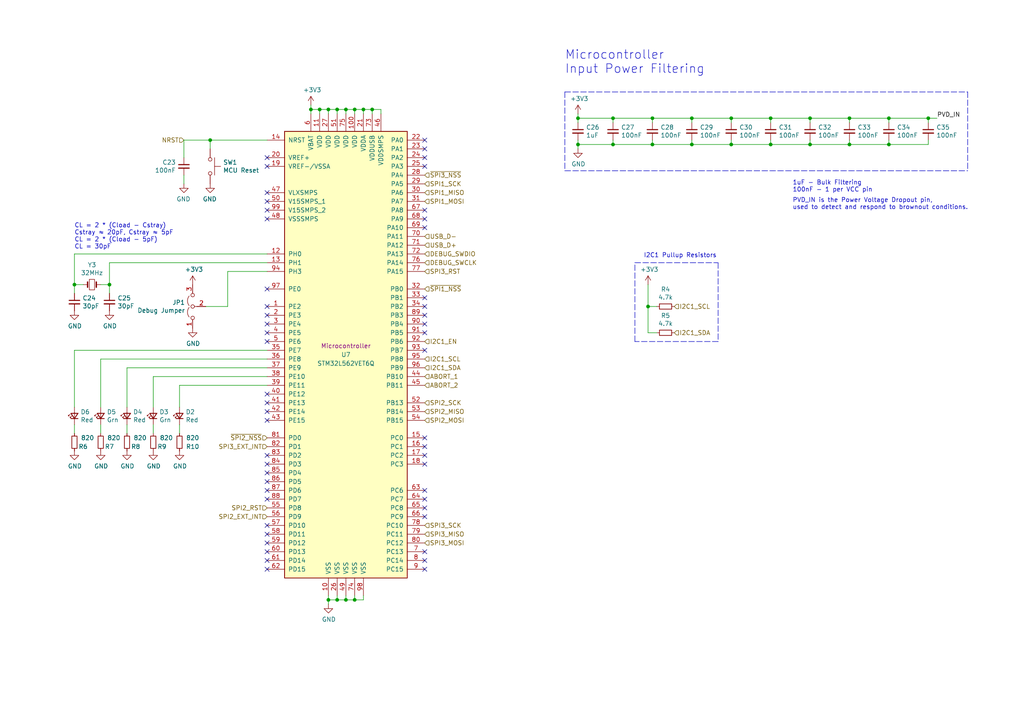
<source format=kicad_sch>
(kicad_sch (version 20211123) (generator eeschema)
  (paper "A4")
  (lib_symbols
    (symbol "Device:C_Small" (pin_numbers hide) (pin_names (offset 0.254) hide)
      (property "Reference" "C" (at 0.254 1.778 0))
      (property "Value" "C_Small" (at 0.254 -2.032 0))
      (symbol "C_Small_0_1"
        (polyline (pts (xy -1.524 -0.508) (xy 1.524 -0.508)) (stroke (width 0.3302)))
        (polyline (pts (xy -1.524 0.508) (xy 1.524 0.508)) (stroke (width 0.3048)))
      )
      (symbol "C_Small_1_1"
        (pin passive line (at 0 2.54 270) (length 2.032) (name "~") (number "1"))
        (pin passive line (at 0 -2.54 90) (length 2.032) (name "~") (number "2"))
      )
    )
    (symbol "Device:Crystal_Small" (pin_numbers hide) (pin_names (offset 1.016) hide)
      (property "Reference" "Y" (at 0 2.54 0))
      (property "Value" "Crystal_Small" (at 0 -2.54 0))
      (symbol "Crystal_Small_0_1"
        (rectangle (start -0.762 -1.524) (end 0.762 1.524))
        (polyline (pts (xy -1.27 -0.762) (xy -1.27 0.762)) (stroke (width 0.381)))
        (polyline (pts (xy 1.27 -0.762) (xy 1.27 0.762)) (stroke (width 0.381)))
      )
      (symbol "Crystal_Small_1_1"
        (pin passive line (at -2.54 0 0) (length 1.27) (name "1") (number "1"))
        (pin passive line (at 2.54 0 180) (length 1.27) (name "2") (number "2"))
      )
    )
    (symbol "Device:LED_Small" (pin_numbers hide) (pin_names (offset 0.254) hide)
      (property "Reference" "D" (at -1.27 3.175 0))
      (property "Value" "LED_Small" (at -4.445 -2.54 0))
      (symbol "LED_Small_0_1"
        (polyline (pts (xy -0.762 -1.016) (xy -0.762 1.016)) (stroke (width 0.254)))
        (polyline (pts (xy 1.016 0) (xy -0.762 0)))
        (polyline (pts (xy 0.762 -1.016) (xy -0.762 0) (xy 0.762 1.016) (xy 0.762 -1.016)) (stroke (width 0.254)))
        (polyline (pts (xy 0 0.762) (xy -0.508 1.27) (xy -0.254 1.27) (xy -0.508 1.27) (xy -0.508 1.016)))
        (polyline (pts (xy 0.508 1.27) (xy 0 1.778) (xy 0.254 1.778) (xy 0 1.778) (xy 0 1.524)))
      )
      (symbol "LED_Small_1_1"
        (pin passive line (at -2.54 0 0) (length 1.778) (name "K") (number "1"))
        (pin passive line (at 2.54 0 180) (length 1.778) (name "A") (number "2"))
      )
    )
    (symbol "Device:R_Small" (pin_numbers hide) (pin_names (offset 0.254) hide)
      (property "Reference" "R" (at 0.762 0.508 0))
      (property "Value" "R_Small" (at 0.762 -1.016 0))
      (symbol "R_Small_0_1"
        (rectangle (start -0.762 1.778) (end 0.762 -1.778) (stroke (width 0.2032)))
      )
      (symbol "R_Small_1_1"
        (pin passive line (at 0 2.54 270) (length 0.762) (name "~") (number "1"))
        (pin passive line (at 0 -2.54 90) (length 0.762) (name "~") (number "2"))
      )
    )
    (symbol "Jumper:Jumper_3_Open" (pin_names (offset 0) hide)
      (property "Reference" "JP" (at -2.54 -2.54 0))
      (property "Value" "Jumper_3_Open" (at 0 2.794 0))
      (symbol "Jumper_3_Open_0_0"
        (circle (center -3.302 0) (radius 0.508))
        (circle (center 0 0) (radius 0.508))
        (circle (center 3.302 0) (radius 0.508))
      )
      (symbol "Jumper_3_Open_0_1"
        (arc (start -0.254 1.016) (mid -1.651 1.4992) (end -3.048 1.016))
        (polyline (pts (xy 0 -0.508) (xy 0 -1.27)))
        (arc (start 3.048 1.016) (mid 1.651 1.4992) (end 0.254 1.016))
      )
      (symbol "Jumper_3_Open_1_1"
        (pin passive line (at -6.35 0 0) (length 2.54) (name "A") (number "1"))
        (pin input line (at 0 -3.81 90) (length 2.54) (name "C") (number "2"))
        (pin passive line (at 6.35 0 180) (length 2.54) (name "B") (number "3"))
      )
    )
    (symbol "RDT_Custom_Symbols:STM32L562VET" (pin_names (offset 1.016))
      (property "Reference" "U" (at 3.81 8.89 0))
      (property "Value" "STM32L562VET" (at 3.81 6.35 0))
      (symbol "STM32L562VET_1_1"
        (rectangle (start -17.78 -138.43) (end 17.78 -8.89) (stroke (width 0.254)) (fill (type background)))
        (pin bidirectional line (at -22.86 -59.69 0) (length 5.08) (name "PE2") (number "1"))
        (pin power_in line (at -5.08 -143.51 90) (length 5.08) (name "VSS") (number "10"))
        (pin power_in line (at 2.54 -3.81 270) (length 5.08) (name "VDD") (number "100"))
        (pin power_in line (at -7.62 -3.81 270) (length 5.08) (name "VDD") (number "11"))
        (pin input line (at -22.86 -44.45 0) (length 5.08) (name "PH0") (number "12"))
        (pin input line (at -22.86 -46.99 0) (length 5.08) (name "PH1") (number "13"))
        (pin input line (at -22.86 -11.43 0) (length 5.08) (name "NRST") (number "14"))
        (pin bidirectional line (at 22.86 -97.79 180) (length 5.08) (name "PC0") (number "15"))
        (pin bidirectional line (at 22.86 -100.33 180) (length 5.08) (name "PC1") (number "16"))
        (pin bidirectional line (at 22.86 -102.87 180) (length 5.08) (name "PC2") (number "17"))
        (pin bidirectional line (at 22.86 -105.41 180) (length 5.08) (name "PC3") (number "18"))
        (pin power_in line (at -22.86 -19.05 0) (length 5.08) (name "VREF-/VSSA") (number "19"))
        (pin bidirectional line (at -22.86 -62.23 0) (length 5.08) (name "PE3") (number "2"))
        (pin bidirectional line (at -22.86 -16.51 0) (length 5.08) (name "VREF+") (number "20"))
        (pin power_in line (at 5.08 -3.81 270) (length 5.08) (name "VDDA") (number "21"))
        (pin bidirectional line (at 22.86 -11.43 180) (length 5.08) (name "PA0") (number "22"))
        (pin bidirectional line (at 22.86 -13.97 180) (length 5.08) (name "PA1") (number "23"))
        (pin bidirectional line (at 22.86 -16.51 180) (length 5.08) (name "PA2") (number "24"))
        (pin bidirectional line (at 22.86 -19.05 180) (length 5.08) (name "PA3") (number "25"))
        (pin power_in line (at -2.54 -143.51 90) (length 5.08) (name "VSS") (number "26"))
        (pin power_in line (at -5.08 -3.81 270) (length 5.08) (name "VDD") (number "27"))
        (pin bidirectional line (at 22.86 -21.59 180) (length 5.08) (name "PA4") (number "28"))
        (pin bidirectional line (at 22.86 -24.13 180) (length 5.08) (name "PA5") (number "29"))
        (pin bidirectional line (at -22.86 -64.77 0) (length 5.08) (name "PE4") (number "3"))
        (pin bidirectional line (at 22.86 -26.67 180) (length 5.08) (name "PA6") (number "30"))
        (pin bidirectional line (at 22.86 -29.21 180) (length 5.08) (name "PA7") (number "31"))
        (pin bidirectional line (at 22.86 -54.61 180) (length 5.08) (name "PB0") (number "32"))
        (pin bidirectional line (at 22.86 -57.15 180) (length 5.08) (name "PB1") (number "33"))
        (pin bidirectional line (at 22.86 -59.69 180) (length 5.08) (name "PB2") (number "34"))
        (pin bidirectional line (at -22.86 -72.39 0) (length 5.08) (name "PE7") (number "35"))
        (pin bidirectional line (at -22.86 -74.93 0) (length 5.08) (name "PE8") (number "36"))
        (pin bidirectional line (at -22.86 -77.47 0) (length 5.08) (name "PE9") (number "37"))
        (pin bidirectional line (at -22.86 -80.01 0) (length 5.08) (name "PE10") (number "38"))
        (pin bidirectional line (at -22.86 -82.55 0) (length 5.08) (name "PE11") (number "39"))
        (pin bidirectional line (at -22.86 -67.31 0) (length 5.08) (name "PE5") (number "4"))
        (pin bidirectional line (at -22.86 -85.09 0) (length 5.08) (name "PE12") (number "40"))
        (pin bidirectional line (at -22.86 -87.63 0) (length 5.08) (name "PE13") (number "41"))
        (pin bidirectional line (at -22.86 -90.17 0) (length 5.08) (name "PE14") (number "42"))
        (pin bidirectional line (at -22.86 -92.71 0) (length 5.08) (name "PE15") (number "43"))
        (pin bidirectional line (at 22.86 -80.01 180) (length 5.08) (name "PB10") (number "44"))
        (pin bidirectional line (at 22.86 -82.55 180) (length 5.08) (name "PB11") (number "45"))
        (pin power_in line (at 10.16 -3.81 270) (length 5.08) (name "VDDSMPS") (number "46"))
        (pin power_in line (at -22.86 -26.67 0) (length 5.08) (name "VLXSMPS") (number "47"))
        (pin power_in line (at -22.86 -34.29 0) (length 5.08) (name "VSSSMPS") (number "48"))
        (pin power_in line (at 0 -143.51 90) (length 5.08) (name "VSS") (number "49"))
        (pin bidirectional line (at -22.86 -69.85 0) (length 5.08) (name "PE6") (number "5"))
        (pin power_out line (at -22.86 -29.21 0) (length 5.08) (name "V15SMPS_1") (number "50"))
        (pin power_in line (at -2.54 -3.81 270) (length 5.08) (name "VDD") (number "51"))
        (pin bidirectional line (at 22.86 -87.63 180) (length 5.08) (name "PB13") (number "52"))
        (pin bidirectional line (at 22.86 -90.17 180) (length 5.08) (name "PB14") (number "53"))
        (pin bidirectional line (at 22.86 -92.71 180) (length 5.08) (name "PB15") (number "54"))
        (pin bidirectional line (at -22.86 -118.11 0) (length 5.08) (name "PD8") (number "55"))
        (pin bidirectional line (at -22.86 -120.65 0) (length 5.08) (name "PD9") (number "56"))
        (pin bidirectional line (at -22.86 -123.19 0) (length 5.08) (name "PD10") (number "57"))
        (pin bidirectional line (at -22.86 -125.73 0) (length 5.08) (name "PD11") (number "58"))
        (pin bidirectional line (at -22.86 -128.27 0) (length 5.08) (name "PD12") (number "59"))
        (pin power_in line (at -10.16 -3.81 270) (length 5.08) (name "VBAT") (number "6"))
        (pin bidirectional line (at -22.86 -130.81 0) (length 5.08) (name "PD13") (number "60"))
        (pin bidirectional line (at -22.86 -133.35 0) (length 5.08) (name "PD14") (number "61"))
        (pin bidirectional line (at -22.86 -135.89 0) (length 5.08) (name "PD15") (number "62"))
        (pin bidirectional line (at 22.86 -113.03 180) (length 5.08) (name "PC6") (number "63"))
        (pin bidirectional line (at 22.86 -115.57 180) (length 5.08) (name "PC7") (number "64"))
        (pin bidirectional line (at 22.86 -118.11 180) (length 5.08) (name "PC8") (number "65"))
        (pin bidirectional line (at 22.86 -120.65 180) (length 5.08) (name "PC9") (number "66"))
        (pin bidirectional line (at 22.86 -31.75 180) (length 5.08) (name "PA8") (number "67"))
        (pin bidirectional line (at 22.86 -34.29 180) (length 5.08) (name "PA9") (number "68"))
        (pin bidirectional line (at 22.86 -36.83 180) (length 5.08) (name "PA10") (number "69"))
        (pin bidirectional line (at 22.86 -130.81 180) (length 5.08) (name "PC13") (number "7"))
        (pin bidirectional line (at 22.86 -39.37 180) (length 5.08) (name "PA11") (number "70"))
        (pin bidirectional line (at 22.86 -41.91 180) (length 5.08) (name "PA12") (number "71"))
        (pin bidirectional line (at 22.86 -44.45 180) (length 5.08) (name "PA13") (number "72"))
        (pin power_in line (at 7.62 -3.81 270) (length 5.08) (name "VDDUSB") (number "73"))
        (pin power_in line (at 2.54 -143.51 90) (length 5.08) (name "VSS") (number "74"))
        (pin power_in line (at 0 -3.81 270) (length 5.08) (name "VDD") (number "75"))
        (pin bidirectional line (at 22.86 -46.99 180) (length 5.08) (name "PA14") (number "76"))
        (pin bidirectional line (at 22.86 -49.53 180) (length 5.08) (name "PA15") (number "77"))
        (pin bidirectional line (at 22.86 -123.19 180) (length 5.08) (name "PC10") (number "78"))
        (pin bidirectional line (at 22.86 -125.73 180) (length 5.08) (name "PC11") (number "79"))
        (pin bidirectional line (at 22.86 -133.35 180) (length 5.08) (name "PC14") (number "8"))
        (pin bidirectional line (at 22.86 -128.27 180) (length 5.08) (name "PC12") (number "80"))
        (pin bidirectional line (at -22.86 -97.79 0) (length 5.08) (name "PD0") (number "81"))
        (pin bidirectional line (at -22.86 -100.33 0) (length 5.08) (name "PD1") (number "82"))
        (pin bidirectional line (at -22.86 -102.87 0) (length 5.08) (name "PD2") (number "83"))
        (pin bidirectional line (at -22.86 -105.41 0) (length 5.08) (name "PD3") (number "84"))
        (pin bidirectional line (at -22.86 -107.95 0) (length 5.08) (name "PD4") (number "85"))
        (pin bidirectional line (at -22.86 -110.49 0) (length 5.08) (name "PD5") (number "86"))
        (pin bidirectional line (at -22.86 -113.03 0) (length 5.08) (name "PD6") (number "87"))
        (pin bidirectional line (at -22.86 -115.57 0) (length 5.08) (name "PD7") (number "88"))
        (pin bidirectional line (at 22.86 -62.23 180) (length 5.08) (name "PB3") (number "89"))
        (pin bidirectional line (at 22.86 -135.89 180) (length 5.08) (name "PC15") (number "9"))
        (pin bidirectional line (at 22.86 -64.77 180) (length 5.08) (name "PB4") (number "90"))
        (pin bidirectional line (at 22.86 -67.31 180) (length 5.08) (name "PB5") (number "91"))
        (pin bidirectional line (at 22.86 -69.85 180) (length 5.08) (name "PB6") (number "92"))
        (pin bidirectional line (at 22.86 -72.39 180) (length 5.08) (name "PB7") (number "93"))
        (pin bidirectional line (at -22.86 -49.53 0) (length 5.08) (name "PH3") (number "94"))
        (pin bidirectional line (at 22.86 -74.93 180) (length 5.08) (name "PB8") (number "95"))
        (pin bidirectional line (at 22.86 -77.47 180) (length 5.08) (name "PB9") (number "96"))
        (pin bidirectional line (at -22.86 -54.61 0) (length 5.08) (name "PE0") (number "97"))
        (pin power_in line (at 5.08 -143.51 90) (length 5.08) (name "VSS") (number "98"))
        (pin power_out line (at -22.86 -31.75 0) (length 5.08) (name "V15SMPS_2") (number "99"))
      )
    )
    (symbol "Switch:SW_Push" (pin_numbers hide) (pin_names (offset 1.016) hide)
      (property "Reference" "SW" (at 1.27 2.54 0))
      (property "Value" "SW_Push" (at 0 -1.524 0))
      (symbol "SW_Push_0_1"
        (circle (center -2.032 0) (radius 0.508))
        (polyline (pts (xy 0 1.27) (xy 0 3.048)))
        (polyline (pts (xy 2.54 1.27) (xy -2.54 1.27)))
        (circle (center 2.032 0) (radius 0.508))
        (pin passive line (at -5.08 0 0) (length 2.54) (name "1") (number "1"))
        (pin passive line (at 5.08 0 180) (length 2.54) (name "2") (number "2"))
      )
    )
    (symbol "power:+3.3V" (power) (pin_names (offset 0))
      (property "Value" "+3.3V" (at 0 3.556 0))
      (symbol "+3.3V_0_1"
        (polyline (pts (xy -0.762 1.27) (xy 0 2.54)))
        (polyline (pts (xy 0 0) (xy 0 2.54)))
        (polyline (pts (xy 0 2.54) (xy 0.762 1.27)))
      )
      (symbol "+3.3V_1_1"
        (pin power_in line (at 0 0 90) (length 0) hide (name "+3V3") (number "1"))
      )
    )
    (symbol "power:GND" (power) (pin_names (offset 0))
      (property "Value" "GND" (at 0 -3.81 0))
      (symbol "GND_0_1"
        (polyline (pts (xy 0 0) (xy 0 -1.27) (xy 1.27 -1.27) (xy 0 -2.54) (xy -1.27 -1.27) (xy 0 -1.27)))
      )
      (symbol "GND_1_1"
        (pin power_in line (at 0 0 270) (length 0) hide (name "GND") (number "1"))
      )
    )
  )
  (junction (at 257.81 34.29))
  (junction (at 167.64 34.29))
  (junction (at 92.71 31.75))
  (junction (at 200.66 34.29))
  (junction (at 100.33 31.75))
  (junction (at 234.95 41.91))
  (junction (at 102.87 173.99))
  (junction (at 95.25 173.99))
  (junction (at 177.8 34.29))
  (junction (at 189.23 34.29))
  (junction (at 189.23 41.91))
  (junction (at 167.64 41.91))
  (junction (at 246.38 41.91))
  (junction (at 21.59 82.55))
  (junction (at 246.38 34.29))
  (junction (at 200.66 41.91))
  (junction (at 212.09 34.29))
  (junction (at 31.75 82.55))
  (junction (at 90.17 31.75))
  (junction (at 212.09 41.91))
  (junction (at 223.52 41.91))
  (junction (at 223.52 34.29))
  (junction (at 234.95 34.29))
  (junction (at 95.25 31.75))
  (junction (at 257.81 41.91))
  (junction (at 97.79 173.99))
  (junction (at 100.33 173.99))
  (junction (at 60.96 40.64))
  (junction (at 187.96 88.9))
  (junction (at 102.87 31.75))
  (junction (at 97.79 31.75))
  (junction (at 105.41 31.75))
  (junction (at 177.8 41.91))
  (junction (at 107.95 31.75))
  (junction (at 269.24 34.29))
  (no_connect (at 123.19 88.9))
  (no_connect (at 123.19 127))
  (no_connect (at 123.19 63.5))
  (no_connect (at 77.47 162.56))
  (no_connect (at 77.47 60.96))
  (no_connect (at 77.47 119.38))
  (no_connect (at 77.47 88.9))
  (no_connect (at 77.47 121.92))
  (no_connect (at 123.19 162.56))
  (no_connect (at 77.47 154.94))
  (no_connect (at 77.47 48.26))
  (no_connect (at 123.19 101.6))
  (no_connect (at 123.19 91.44))
  (no_connect (at 77.47 139.7))
  (no_connect (at 77.47 99.06))
  (no_connect (at 77.47 142.24))
  (no_connect (at 123.19 93.98))
  (no_connect (at 123.19 96.52))
  (no_connect (at 77.47 144.78))
  (no_connect (at 77.47 160.02))
  (no_connect (at 77.47 55.88))
  (no_connect (at 123.19 142.24))
  (no_connect (at 123.19 86.36))
  (no_connect (at 77.47 116.84))
  (no_connect (at 123.19 43.18))
  (no_connect (at 123.19 160.02))
  (no_connect (at 77.47 137.16))
  (no_connect (at 123.19 134.62))
  (no_connect (at 77.47 152.4))
  (no_connect (at 77.47 91.44))
  (no_connect (at 123.19 149.86))
  (no_connect (at 77.47 157.48))
  (no_connect (at 123.19 45.72))
  (no_connect (at 123.19 144.78))
  (no_connect (at 123.19 129.54))
  (no_connect (at 77.47 132.08))
  (no_connect (at 77.47 134.62))
  (no_connect (at 123.19 60.96))
  (no_connect (at 123.19 132.08))
  (no_connect (at 123.19 66.04))
  (no_connect (at 123.19 48.26))
  (no_connect (at 123.19 147.32))
  (no_connect (at 77.47 58.42))
  (no_connect (at 77.47 93.98))
  (no_connect (at 123.19 165.1))
  (no_connect (at 77.47 114.3))
  (no_connect (at 77.47 63.5))
  (no_connect (at 123.19 40.64))
  (no_connect (at 77.47 96.52))
  (no_connect (at 77.47 165.1))
  (no_connect (at 77.47 45.72))
  (no_connect (at 77.47 83.82))
  (wire (pts (xy 105.41 31.75) (xy 107.95 31.75)))
  (wire (pts (xy 100.33 172.72) (xy 100.33 173.99)))
  (wire (pts (xy 234.95 41.91) (xy 246.38 41.91)))
  (wire (pts (xy 21.59 73.66) (xy 77.47 73.66)))
  (wire (pts (xy 187.96 88.9) (xy 190.5 88.9)))
  (wire (pts (xy 105.41 31.75) (xy 105.41 33.02)))
  (wire (pts (xy 53.34 53.34) (xy 53.34 50.8)))
  (wire (pts (xy 53.34 40.64) (xy 53.34 45.72)))
  (wire (pts (xy 200.66 35.56) (xy 200.66 34.29)))
  (wire (pts (xy 257.81 35.56) (xy 257.81 34.29)))
  (wire (pts (xy 77.47 111.76) (xy 52.07 111.76)))
  (wire (pts (xy 200.66 41.91) (xy 212.09 41.91)))
  (wire (pts (xy 223.52 41.91) (xy 234.95 41.91)))
  (wire (pts (xy 187.96 82.55) (xy 187.96 88.9)))
  (wire (pts (xy 31.75 85.09) (xy 31.75 82.55)))
  (wire (pts (xy 167.64 41.91) (xy 177.8 41.91)))
  (wire (pts (xy 167.64 34.29) (xy 167.64 35.56)))
  (wire (pts (xy 100.33 31.75) (xy 100.33 33.02)))
  (wire (pts (xy 102.87 172.72) (xy 102.87 173.99)))
  (wire (pts (xy 44.45 109.22) (xy 44.45 118.11)))
  (wire (pts (xy 223.52 35.56) (xy 223.52 34.29)))
  (wire (pts (xy 269.24 41.91) (xy 257.81 41.91)))
  (wire (pts (xy 29.21 123.19) (xy 29.21 125.73)))
  (wire (pts (xy 59.69 88.9) (xy 66.04 88.9)))
  (wire (pts (xy 189.23 34.29) (xy 200.66 34.29)))
  (wire (pts (xy 52.07 118.11) (xy 52.07 111.76)))
  (wire (pts (xy 189.23 40.64) (xy 189.23 41.91)))
  (wire (pts (xy 246.38 40.64) (xy 246.38 41.91)))
  (wire (pts (xy 21.59 118.11) (xy 21.59 101.6)))
  (wire (pts (xy 107.95 31.75) (xy 110.49 31.75)))
  (wire (pts (xy 110.49 31.75) (xy 110.49 33.02)))
  (wire (pts (xy 60.96 40.64) (xy 77.47 40.64)))
  (wire (pts (xy 223.52 34.29) (xy 234.95 34.29)))
  (polyline (pts (xy 163.83 49.53) (xy 280.67 49.53)))
  (wire (pts (xy 95.25 172.72) (xy 95.25 173.99)))
  (wire (pts (xy 234.95 34.29) (xy 246.38 34.29)))
  (wire (pts (xy 187.96 96.52) (xy 187.96 88.9)))
  (wire (pts (xy 92.71 31.75) (xy 90.17 31.75)))
  (wire (pts (xy 95.25 175.26) (xy 95.25 173.99)))
  (wire (pts (xy 212.09 34.29) (xy 223.52 34.29)))
  (wire (pts (xy 53.34 40.64) (xy 60.96 40.64)))
  (wire (pts (xy 246.38 34.29) (xy 257.81 34.29)))
  (wire (pts (xy 77.47 109.22) (xy 44.45 109.22)))
  (wire (pts (xy 97.79 172.72) (xy 97.79 173.99)))
  (wire (pts (xy 257.81 34.29) (xy 269.24 34.29)))
  (wire (pts (xy 167.64 33.02) (xy 167.64 34.29)))
  (wire (pts (xy 190.5 96.52) (xy 187.96 96.52)))
  (wire (pts (xy 21.59 123.19) (xy 21.59 125.73)))
  (wire (pts (xy 90.17 30.48) (xy 90.17 31.75)))
  (polyline (pts (xy 280.67 26.67) (xy 280.67 49.53)))
  (wire (pts (xy 200.66 34.29) (xy 212.09 34.29)))
  (wire (pts (xy 77.47 101.6) (xy 21.59 101.6)))
  (wire (pts (xy 102.87 33.02) (xy 102.87 31.75)))
  (wire (pts (xy 269.24 41.91) (xy 269.24 40.64)))
  (wire (pts (xy 269.24 34.29) (xy 271.78 34.29)))
  (wire (pts (xy 95.25 31.75) (xy 95.25 33.02)))
  (wire (pts (xy 100.33 173.99) (xy 102.87 173.99)))
  (wire (pts (xy 234.95 40.64) (xy 234.95 41.91)))
  (wire (pts (xy 97.79 31.75) (xy 100.33 31.75)))
  (wire (pts (xy 92.71 31.75) (xy 95.25 31.75)))
  (wire (pts (xy 107.95 33.02) (xy 107.95 31.75)))
  (wire (pts (xy 212.09 41.91) (xy 223.52 41.91)))
  (wire (pts (xy 29.21 118.11) (xy 29.21 104.14)))
  (wire (pts (xy 95.25 31.75) (xy 97.79 31.75)))
  (wire (pts (xy 24.13 82.55) (xy 21.59 82.55)))
  (polyline (pts (xy 163.83 26.67) (xy 163.83 49.53)))
  (wire (pts (xy 66.04 78.74) (xy 77.47 78.74)))
  (wire (pts (xy 60.96 43.18) (xy 60.96 40.64)))
  (polyline (pts (xy 184.15 99.06) (xy 184.15 76.2)))
  (wire (pts (xy 189.23 41.91) (xy 200.66 41.91)))
  (wire (pts (xy 77.47 106.68) (xy 36.83 106.68)))
  (wire (pts (xy 44.45 123.19) (xy 44.45 125.73)))
  (wire (pts (xy 212.09 40.64) (xy 212.09 41.91)))
  (wire (pts (xy 100.33 31.75) (xy 102.87 31.75)))
  (wire (pts (xy 177.8 35.56) (xy 177.8 34.29)))
  (wire (pts (xy 257.81 40.64) (xy 257.81 41.91)))
  (wire (pts (xy 189.23 34.29) (xy 189.23 35.56)))
  (wire (pts (xy 77.47 104.14) (xy 29.21 104.14)))
  (wire (pts (xy 223.52 40.64) (xy 223.52 41.91)))
  (wire (pts (xy 105.41 173.99) (xy 105.41 172.72)))
  (polyline (pts (xy 163.83 26.67) (xy 280.67 26.67)))
  (wire (pts (xy 95.25 173.99) (xy 97.79 173.99)))
  (wire (pts (xy 66.04 88.9) (xy 66.04 78.74)))
  (wire (pts (xy 167.64 40.64) (xy 167.64 41.91)))
  (wire (pts (xy 21.59 85.09) (xy 21.59 82.55)))
  (wire (pts (xy 36.83 123.19) (xy 36.83 125.73)))
  (wire (pts (xy 167.64 34.29) (xy 177.8 34.29)))
  (polyline (pts (xy 208.28 99.06) (xy 184.15 99.06)))
  (wire (pts (xy 52.07 123.19) (xy 52.07 125.73)))
  (wire (pts (xy 97.79 173.99) (xy 100.33 173.99)))
  (wire (pts (xy 177.8 41.91) (xy 189.23 41.91)))
  (wire (pts (xy 102.87 31.75) (xy 105.41 31.75)))
  (polyline (pts (xy 208.28 76.2) (xy 208.28 99.06)))
  (wire (pts (xy 29.21 82.55) (xy 31.75 82.55)))
  (wire (pts (xy 269.24 34.29) (xy 269.24 35.56)))
  (wire (pts (xy 36.83 118.11) (xy 36.83 106.68)))
  (wire (pts (xy 167.64 43.18) (xy 167.64 41.91)))
  (wire (pts (xy 31.75 76.2) (xy 77.47 76.2)))
  (wire (pts (xy 92.71 31.75) (xy 92.71 33.02)))
  (wire (pts (xy 234.95 35.56) (xy 234.95 34.29)))
  (wire (pts (xy 200.66 40.64) (xy 200.66 41.91)))
  (wire (pts (xy 177.8 34.29) (xy 189.23 34.29)))
  (wire (pts (xy 212.09 34.29) (xy 212.09 35.56)))
  (wire (pts (xy 246.38 35.56) (xy 246.38 34.29)))
  (wire (pts (xy 21.59 82.55) (xy 21.59 73.66)))
  (wire (pts (xy 246.38 41.91) (xy 257.81 41.91)))
  (wire (pts (xy 177.8 40.64) (xy 177.8 41.91)))
  (wire (pts (xy 102.87 173.99) (xy 105.41 173.99)))
  (wire (pts (xy 90.17 31.75) (xy 90.17 33.02)))
  (wire (pts (xy 31.75 82.55) (xy 31.75 76.2)))
  (polyline (pts (xy 184.15 76.2) (xy 208.28 76.2)))
  (wire (pts (xy 97.79 33.02) (xy 97.79 31.75)))
  (text "Microcontroller\nInput Power Filtering" (at 163.83 21.59 0) (effects (font (size 2.54 2.54)) (justify left bottom)))
  (text "I2C1 Pullup Resistors" (at 186.69 74.93 0) (effects (font (size 1.27 1.27)) (justify left bottom)))
  (text "PVD_IN is the Power Voltage Dropout pin,\nused to detect and respond to brownout conditions." (at 229.87 60.96 0) (effects (font (size 1.27 1.27)) (justify left bottom)))
  (text "1uF - Bulk Filtering\n100nF - 1 per VCC pin" (at 229.87 55.88 0) (effects (font (size 1.27 1.27)) (justify left bottom)))
  (text "CL = 2 * (Cload - Cstray)\nCstray ≈ 20pF, Cstray ≈ 5pF\nCL = 2 * (Cload - 5pF)\nCL = 30pF" (at 21.59 72.39 0) (effects (font (size 1.27 1.27)) (justify left bottom)))
  (label "PVD_IN" (at 271.78 34.29 0))
  (hierarchical_label "~{SPI2_NSS}" (shape input) (at 77.47 127 180))
  (hierarchical_label "SPI3_RST" (shape input) (at 123.19 78.74 0))
  (hierarchical_label "SPI3_MOSI" (shape input) (at 123.19 157.48 0))
  (hierarchical_label "SPI3_EXT_INT" (shape input) (at 77.47 129.54 180))
  (hierarchical_label "I2C1_EN" (shape input) (at 123.19 99.06 0))
  (hierarchical_label "USB_D+" (shape input) (at 123.19 71.12 0))
  (hierarchical_label "ABORT_1" (shape input) (at 123.19 109.22 0))
  (hierarchical_label "SPI2_MISO" (shape input) (at 123.19 119.38 0))
  (hierarchical_label "SPI2_SCK" (shape input) (at 123.19 116.84 0))
  (hierarchical_label "I2C1_SDA" (shape input) (at 195.58 96.52 0))
  (hierarchical_label "SPI3_SCK" (shape input) (at 123.19 152.4 0))
  (hierarchical_label "I2C1_SCL" (shape input) (at 195.58 88.9 0))
  (hierarchical_label "NRST" (shape input) (at 53.34 40.64 180))
  (hierarchical_label "USB_D-" (shape input) (at 123.19 68.58 0))
  (hierarchical_label "ABORT_2" (shape input) (at 123.19 111.76 0))
  (hierarchical_label "SPI2_MOSI" (shape input) (at 123.19 121.92 0))
  (hierarchical_label "SPI1_MISO" (shape input) (at 123.19 55.88 0))
  (hierarchical_label "SPI2_RST" (shape input) (at 77.47 147.32 180))
  (hierarchical_label "DEBUG_SWCLK" (shape input) (at 123.19 76.2 0))
  (hierarchical_label "SPI1_SCK" (shape input) (at 123.19 53.34 0))
  (hierarchical_label "~{SPI3_NSS}" (shape input) (at 123.19 50.8 0))
  (hierarchical_label "~{SPI1_NSS}" (shape input) (at 123.19 83.82 0))
  (hierarchical_label "SPI3_MISO" (shape input) (at 123.19 154.94 0))
  (hierarchical_label "SPI2_EXT_INT" (shape input) (at 77.47 149.86 180))
  (hierarchical_label "SPI1_MOSI" (shape input) (at 123.19 58.42 0))
  (hierarchical_label "DEBUG_SWDIO" (shape input) (at 123.19 73.66 0))
  (hierarchical_label "I2C1_SCL" (shape input) (at 123.19 104.14 0))
  (hierarchical_label "I2C1_SDA" (shape input) (at 123.19 106.68 0))
  (symbol (lib_id "power:+3.3V") (at 167.64 33.02 0) (unit 1)
    (property "Reference" "#PWR050" (effects hide))
    (property "Value" "+3.3V" (at 168.021 28.6258 0))
  )
  (symbol (lib_id "Device:C_Small") (at 167.64 38.1 0) (unit 1)
    (property "Reference" "C26" (at 169.9768 36.9316 0) (effects (justify left)))
    (property "Value" "1uF" (at 169.9768 39.243 0) (effects (justify left)))
    (property "Footprint" "Capacitor_SMD:C_0603_1608Metric_Pad1.08x0.95mm_HandSolder" (effects hide))
    (property "LCSC" "C15849 " (effects hide))
  )
  (symbol (lib_id "Device:C_Small") (at 177.8 38.1 0) (unit 1)
    (property "Reference" "C27" (at 180.1368 36.9316 0) (effects (justify left)))
    (property "Value" "100nF" (at 180.1368 39.243 0) (effects (justify left)))
    (property "Footprint" "Capacitor_SMD:C_0603_1608Metric_Pad1.08x0.95mm_HandSolder" (effects hide))
    (property "LCSC" "C14663" (effects hide))
  )
  (symbol (lib_id "Device:C_Small") (at 189.23 38.1 0) (unit 1)
    (property "Reference" "C28" (at 191.5668 36.9316 0) (effects (justify left)))
    (property "Value" "100nF" (at 191.5668 39.243 0) (effects (justify left)))
    (property "Footprint" "Capacitor_SMD:C_0603_1608Metric_Pad1.08x0.95mm_HandSolder" (effects hide))
    (property "LCSC" "C14663" (effects hide))
  )
  (symbol (lib_id "Device:C_Small") (at 223.52 38.1 0) (unit 1)
    (property "Reference" "C31" (at 225.8568 36.9316 0) (effects (justify left)))
    (property "Value" "100nF" (at 225.8568 39.243 0) (effects (justify left)))
    (property "Footprint" "Capacitor_SMD:C_0603_1608Metric_Pad1.08x0.95mm_HandSolder" (effects hide))
    (property "LCSC" "C14663" (effects hide))
  )
  (symbol (lib_id "Device:C_Small") (at 269.24 38.1 0) (unit 1)
    (property "Reference" "C35" (at 271.5768 36.9316 0) (effects (justify left)))
    (property "Value" "100nF" (at 271.5768 39.243 0) (effects (justify left)))
    (property "Footprint" "Capacitor_SMD:C_0603_1608Metric_Pad1.08x0.95mm_HandSolder" (effects hide))
    (property "LCSC" "C14663" (effects hide))
  )
  (symbol (lib_id "power:GND") (at 167.64 43.18 0) (unit 1)
    (property "Reference" "#PWR051" (effects hide))
    (property "Value" "GND" (at 167.767 47.5742 0))
  )
  (symbol (lib_id "power:+3.3V") (at 187.96 82.55 0) (unit 1)
    (property "Reference" "#PWR052" (effects hide))
    (property "Value" "+3.3V" (at 188.341 78.1558 0))
  )
  (symbol (lib_id "Device:R_Small") (at 193.04 88.9 270) (unit 1)
    (property "Reference" "R4" (at 193.04 83.9216 90))
    (property "Value" "4.7k" (at 193.04 86.233 90))
    (property "Footprint" "Resistor_SMD:R_0603_1608Metric_Pad1.05x0.95mm_HandSolder" (effects hide))
    (property "LCSC" "C25999" (effects hide))
  )
  (symbol (lib_id "Device:R_Small") (at 193.04 96.52 270) (unit 1)
    (property "Reference" "R5" (at 193.04 91.5416 90))
    (property "Value" "4.7k" (at 193.04 93.853 90))
    (property "Footprint" "Resistor_SMD:R_0603_1608Metric_Pad1.05x0.95mm_HandSolder" (effects hide))
    (property "LCSC" "C25999" (effects hide))
  )
  (symbol (lib_id "RDT_Custom_Symbols:STM32L562VET") (at 100.33 29.21 0) (unit 1)
    (property "Reference" "U7" (at 100.33 102.87 0))
    (property "Value" "STM32L562VET6Q" (at 100.33 105.41 0))
    (property "Footprint" "Package_QFP:LQFP-100_14x14mm_P0.5mm" (effects hide))
    (property "Datasheet" "https://www.st.com/resource/en/datasheet/stm32l562re.pdf" (effects hide))
    (property "Description" "Microcontroller" (at 100.33 100.33 0))
  )
  (symbol (lib_id "power:GND") (at 95.25 175.26 0) (unit 1)
    (property "Reference" "#PWR049" (effects hide))
    (property "Value" "GND" (at 95.377 179.6542 0))
  )
  (symbol (lib_id "power:+3.3V") (at 90.17 30.48 0) (unit 1)
    (property "Reference" "#PWR048" (effects hide))
    (property "Value" "+3.3V" (at 90.551 26.0858 0))
  )
  (symbol (lib_id "Device:C_Small") (at 200.66 38.1 0) (unit 1)
    (property "Reference" "C29" (at 202.9968 36.9316 0) (effects (justify left)))
    (property "Value" "100nF" (at 202.9968 39.243 0) (effects (justify left)))
    (property "Footprint" "Capacitor_SMD:C_0603_1608Metric_Pad1.08x0.95mm_HandSolder" (effects hide))
    (property "LCSC" "C14663" (effects hide))
  )
  (symbol (lib_id "Device:C_Small") (at 212.09 38.1 0) (unit 1)
    (property "Reference" "C30" (at 214.4268 36.9316 0) (effects (justify left)))
    (property "Value" "100nF" (at 214.4268 39.243 0) (effects (justify left)))
    (property "Footprint" "Capacitor_SMD:C_0603_1608Metric_Pad1.08x0.95mm_HandSolder" (effects hide))
    (property "LCSC" "C14663" (effects hide))
  )
  (symbol (lib_id "Device:C_Small") (at 234.95 38.1 0) (unit 1)
    (property "Reference" "C32" (at 237.2868 36.9316 0) (effects (justify left)))
    (property "Value" "100nF" (at 237.2868 39.243 0) (effects (justify left)))
    (property "Footprint" "Capacitor_SMD:C_0603_1608Metric_Pad1.08x0.95mm_HandSolder" (effects hide))
    (property "LCSC" "C14663" (effects hide))
  )
  (symbol (lib_id "Device:C_Small") (at 246.38 38.1 0) (unit 1)
    (property "Reference" "C33" (at 248.7168 36.9316 0) (effects (justify left)))
    (property "Value" "100nF" (at 248.7168 39.243 0) (effects (justify left)))
    (property "Footprint" "Capacitor_SMD:C_0603_1608Metric_Pad1.08x0.95mm_HandSolder" (effects hide))
    (property "LCSC" "C14663" (effects hide))
  )
  (symbol (lib_id "Device:C_Small") (at 257.81 38.1 0) (unit 1)
    (property "Reference" "C34" (at 260.1468 36.9316 0) (effects (justify left)))
    (property "Value" "100nF" (at 260.1468 39.243 0) (effects (justify left)))
    (property "Footprint" "Capacitor_SMD:C_0603_1608Metric_Pad1.08x0.95mm_HandSolder" (effects hide))
    (property "LCSC" "C14663" (effects hide))
  )
  (symbol (lib_id "Device:C_Small") (at 21.59 87.63 0) (unit 1)
    (property "Reference" "C24" (at 23.9268 86.4616 0) (effects (justify left)))
    (property "Value" "30pF" (at 23.9268 88.773 0) (effects (justify left)))
    (property "Footprint" "Capacitor_SMD:C_0603_1608Metric_Pad1.08x0.95mm_HandSolder" (effects hide))
    (property "LCSC" "C22397" (effects hide))
  )
  (symbol (lib_id "power:GND") (at 31.75 90.17 0) (unit 1)
    (property "Reference" "#PWR047" (effects hide))
    (property "Value" "GND" (at 31.877 94.5642 0))
  )
  (symbol (lib_id "power:GND") (at 21.59 90.17 0) (unit 1)
    (property "Reference" "#PWR046" (effects hide))
    (property "Value" "GND" (at 21.717 94.5642 0))
  )
  (symbol (lib_id "Device:C_Small") (at 31.75 87.63 0) (unit 1)
    (property "Reference" "C25" (at 34.0868 86.4616 0) (effects (justify left)))
    (property "Value" "30pF" (at 34.0868 88.773 0) (effects (justify left)))
    (property "Footprint" "Capacitor_SMD:C_0603_1608Metric_Pad1.08x0.95mm_HandSolder" (effects hide))
    (property "LCSC" "C22397" (effects hide))
  )
  (symbol (lib_id "Device:Crystal_Small") (at 26.67 82.55 0) (unit 1)
    (property "Reference" "Y3" (at 26.67 76.835 0))
    (property "Value" "32MHz" (at 26.67 79.1464 0))
    (property "Footprint" "RDT_Custom_Footprints:XTAL_ABM7-32.000MHZ-D2Y-T" (effects hide))
  )
  (symbol (lib_id "Device:LED_Small") (at 52.07 120.65 90) (unit 1)
    (property "Reference" "D2" (at 53.848 119.4816 90) (effects (justify right)))
    (property "Value" "Red" (at 53.848 121.793 90) (effects (justify right)))
    (property "Footprint" "LED_SMD:LED_0603_1608Metric_Pad1.05x0.95mm_HandSolder" (effects hide))
    (property "LCSC" " C2286 " (effects hide))
  )
  (symbol (lib_id "Device:LED_Small") (at 44.45 120.65 90) (unit 1)
    (property "Reference" "D3" (at 46.228 119.4816 90) (effects (justify right)))
    (property "Value" "Grn" (at 46.228 121.793 90) (effects (justify right)))
    (property "Footprint" "LED_SMD:LED_0603_1608Metric_Pad1.05x0.95mm_HandSolder" (effects hide))
    (property "LCSC" " C165982 " (effects hide))
  )
  (symbol (lib_id "Device:LED_Small") (at 36.83 120.65 90) (unit 1)
    (property "Reference" "D4" (at 38.608 119.4816 90) (effects (justify right)))
    (property "Value" "Red" (at 38.608 121.793 90) (effects (justify right)))
    (property "Footprint" "LED_SMD:LED_0603_1608Metric_Pad1.05x0.95mm_HandSolder" (effects hide))
    (property "LCSC" " C2286 " (effects hide))
  )
  (symbol (lib_id "Device:LED_Small") (at 29.21 120.65 90) (unit 1)
    (property "Reference" "D5" (at 30.988 119.4816 90) (effects (justify right)))
    (property "Value" "Grn" (at 30.988 121.793 90) (effects (justify right)))
    (property "Footprint" "LED_SMD:LED_0603_1608Metric_Pad1.05x0.95mm_HandSolder" (effects hide))
    (property "LCSC" " C165982 " (effects hide))
  )
  (symbol (lib_id "Device:LED_Small") (at 21.59 120.65 90) (unit 1)
    (property "Reference" "D6" (at 23.368 119.4816 90) (effects (justify right)))
    (property "Value" "Red" (at 23.368 121.793 90) (effects (justify right)))
    (property "Footprint" "LED_SMD:LED_0603_1608Metric_Pad1.05x0.95mm_HandSolder" (effects hide))
    (property "LCSC" " C2286 " (effects hide))
  )
  (symbol (lib_id "Device:R_Small") (at 21.59 128.27 180) (unit 1)
    (property "Reference" "R6" (at 24.13 129.54 0))
    (property "Value" "820" (at 25.4 127 0))
    (property "Footprint" "Resistor_SMD:R_0603_1608Metric_Pad1.05x0.95mm_HandSolder" (effects hide))
    (property "LCSC" " C23253" (effects hide))
  )
  (symbol (lib_id "Device:R_Small") (at 36.83 128.27 180) (unit 1)
    (property "Reference" "R8" (at 39.37 129.54 0))
    (property "Value" "820" (at 40.64 127 0))
    (property "Footprint" "Resistor_SMD:R_0603_1608Metric_Pad1.05x0.95mm_HandSolder" (effects hide))
    (property "LCSC" " C23253 " (effects hide))
  )
  (symbol (lib_id "Device:R_Small") (at 52.07 128.27 180) (unit 1)
    (property "Reference" "R10" (at 55.88 129.54 0))
    (property "Value" "820" (at 55.88 127 0))
    (property "Footprint" "Resistor_SMD:R_0603_1608Metric_Pad1.05x0.95mm_HandSolder" (effects hide))
    (property "LCSC" " C23253 " (effects hide))
  )
  (symbol (lib_id "Device:R_Small") (at 29.21 128.27 180) (unit 1)
    (property "Reference" "R7" (at 31.75 129.54 0))
    (property "Value" "820" (at 33.02 127 0))
    (property "Footprint" "Resistor_SMD:R_0603_1608Metric_Pad1.05x0.95mm_HandSolder" (effects hide))
    (property "LCSC" " C23253 " (effects hide))
  )
  (symbol (lib_id "Device:R_Small") (at 44.45 128.27 180) (unit 1)
    (property "Reference" "R9" (at 46.99 129.54 0))
    (property "Value" "820" (at 48.26 127 0))
    (property "Footprint" "Resistor_SMD:R_0603_1608Metric_Pad1.05x0.95mm_HandSolder" (effects hide))
    (property "LCSC" " C23253 " (effects hide))
  )
  (symbol (lib_id "power:GND") (at 21.59 130.81 0) (unit 1)
    (property "Reference" "#PWR0101" (effects hide))
    (property "Value" "GND" (at 21.717 135.2042 0))
  )
  (symbol (lib_id "power:GND") (at 29.21 130.81 0) (unit 1)
    (property "Reference" "#PWR0102" (effects hide))
    (property "Value" "GND" (at 29.337 135.2042 0))
  )
  (symbol (lib_id "power:GND") (at 36.83 130.81 0) (unit 1)
    (property "Reference" "#PWR0103" (effects hide))
    (property "Value" "GND" (at 36.957 135.2042 0))
  )
  (symbol (lib_id "power:GND") (at 44.45 130.81 0) (unit 1)
    (property "Reference" "#PWR0104" (effects hide))
    (property "Value" "GND" (at 44.577 135.2042 0))
  )
  (symbol (lib_id "power:GND") (at 52.07 130.81 0) (unit 1)
    (property "Reference" "#PWR0105" (effects hide))
    (property "Value" "GND" (at 52.197 135.2042 0))
  )
  (symbol (lib_id "Switch:SW_Push") (at 60.96 48.26 270) (unit 1)
    (property "Reference" "SW1" (at 64.7192 47.0916 90) (effects (justify left)))
    (property "Value" "MCU Reset" (at 64.7192 49.403 90) (effects (justify left)))
    (property "Footprint" "Button_Switch_SMD:SW_SPST_PTS645" (effects hide))
    (property "LCSC" "C2837531 " (effects hide))
  )
  (symbol (lib_id "power:GND") (at 53.34 53.34 0) (mirror y) (unit 1)
    (property "Reference" "#PWR044" (effects hide))
    (property "Value" "GND" (at 53.213 57.7342 0))
  )
  (symbol (lib_id "Device:C_Small") (at 53.34 48.26 0) (mirror y) (unit 1)
    (property "Reference" "C23" (at 51.0032 47.0916 0) (effects (justify left)))
    (property "Value" "100nF" (at 51.0032 49.403 0) (effects (justify left)))
    (property "Footprint" "Capacitor_SMD:C_0603_1608Metric_Pad1.08x0.95mm_HandSolder" (effects hide))
    (property "LCSC" "C14663" (effects hide))
  )
  (symbol (lib_id "power:GND") (at 60.96 53.34 0) (mirror y) (unit 1)
    (property "Reference" "#PWR053" (effects hide))
    (property "Value" "GND" (at 60.833 57.7342 0))
  )
  (symbol (lib_id "Jumper:Jumper_3_Open") (at 55.88 88.9 90) (unit 1)
    (property "Reference" "JP1" (at 53.6702 87.7316 90) (effects (justify left)))
    (property "Value" "Debug Jumper" (at 53.6702 90.043 90) (effects (justify left)))
    (property "Footprint" "Connector_PinHeader_2.54mm:PinHeader_1x03_P2.54mm_Vertical" (effects hide))
  )
  (symbol (lib_id "power:GND") (at 55.88 95.25 0) (unit 1)
    (property "Reference" "#PWR055" (effects hide))
    (property "Value" "GND" (at 56.007 99.6442 0))
  )
  (symbol (lib_id "power:+3.3V") (at 55.88 82.55 0) (unit 1)
    (property "Reference" "#PWR054" (effects hide))
    (property "Value" "+3.3V" (at 56.261 78.1558 0))
  )
)
</source>
